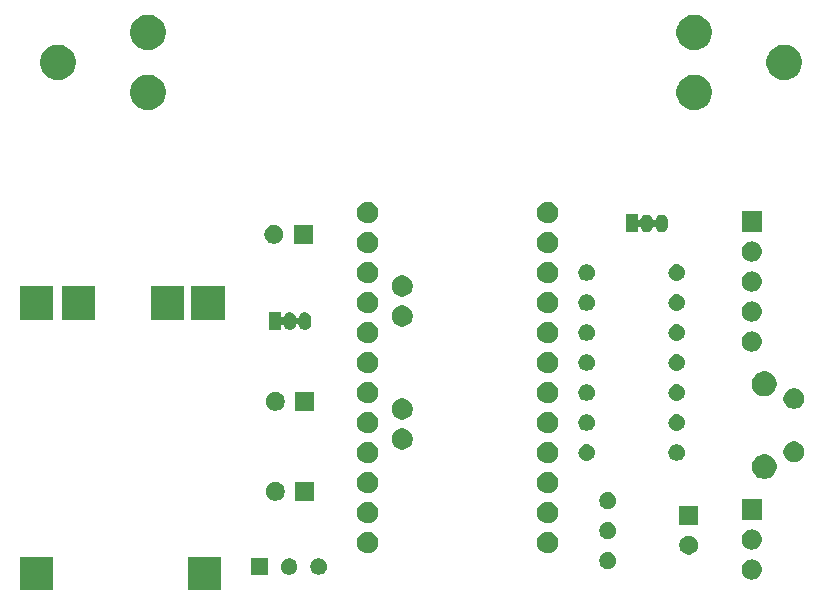
<source format=gbs>
G04 #@! TF.GenerationSoftware,KiCad,Pcbnew,(5.0.2)-1*
G04 #@! TF.CreationDate,2019-04-14T17:31:43+02:00*
G04 #@! TF.ProjectId,APRS-Tracker_ArduinoProMini,41505253-2d54-4726-9163-6b65725f4172,rev?*
G04 #@! TF.SameCoordinates,Original*
G04 #@! TF.FileFunction,Soldermask,Bot*
G04 #@! TF.FilePolarity,Negative*
%FSLAX46Y46*%
G04 Gerber Fmt 4.6, Leading zero omitted, Abs format (unit mm)*
G04 Created by KiCad (PCBNEW (5.0.2)-1) date 14.04.2019 17:31:43*
%MOMM*%
%LPD*%
G01*
G04 APERTURE LIST*
%ADD10C,0.100000*%
G04 APERTURE END LIST*
D10*
G36*
X88566000Y-157678000D02*
X85766000Y-157678000D01*
X85766000Y-154878000D01*
X88566000Y-154878000D01*
X88566000Y-157678000D01*
X88566000Y-157678000D01*
G37*
G36*
X74366000Y-157678000D02*
X71566000Y-157678000D01*
X71566000Y-154878000D01*
X74366000Y-154878000D01*
X74366000Y-157678000D01*
X74366000Y-157678000D01*
G37*
G36*
X133662630Y-155108299D02*
X133822855Y-155156903D01*
X133970520Y-155235831D01*
X134099949Y-155342051D01*
X134206169Y-155471480D01*
X134285097Y-155619145D01*
X134333701Y-155779370D01*
X134350112Y-155946000D01*
X134333701Y-156112630D01*
X134285097Y-156272855D01*
X134206169Y-156420520D01*
X134099949Y-156549949D01*
X133970520Y-156656169D01*
X133822855Y-156735097D01*
X133662630Y-156783701D01*
X133537752Y-156796000D01*
X133454248Y-156796000D01*
X133329370Y-156783701D01*
X133169145Y-156735097D01*
X133021480Y-156656169D01*
X132892051Y-156549949D01*
X132785831Y-156420520D01*
X132706903Y-156272855D01*
X132658299Y-156112630D01*
X132641888Y-155946000D01*
X132658299Y-155779370D01*
X132706903Y-155619145D01*
X132785831Y-155471480D01*
X132892051Y-155342051D01*
X133021480Y-155235831D01*
X133169145Y-155156903D01*
X133329370Y-155108299D01*
X133454248Y-155096000D01*
X133537752Y-155096000D01*
X133662630Y-155108299D01*
X133662630Y-155108299D01*
G37*
G36*
X97034183Y-155017900D02*
X97161574Y-155070668D01*
X97276224Y-155147274D01*
X97373726Y-155244776D01*
X97438722Y-155342051D01*
X97450332Y-155359426D01*
X97503100Y-155486817D01*
X97530000Y-155622055D01*
X97530000Y-155759945D01*
X97503100Y-155895183D01*
X97450332Y-156022574D01*
X97390160Y-156112629D01*
X97373725Y-156137225D01*
X97276225Y-156234725D01*
X97161574Y-156311332D01*
X97034183Y-156364100D01*
X96898945Y-156391000D01*
X96761055Y-156391000D01*
X96625817Y-156364100D01*
X96498426Y-156311332D01*
X96383775Y-156234725D01*
X96286275Y-156137225D01*
X96269841Y-156112629D01*
X96209668Y-156022574D01*
X96156900Y-155895183D01*
X96130000Y-155759945D01*
X96130000Y-155622055D01*
X96156900Y-155486817D01*
X96209668Y-155359426D01*
X96221278Y-155342051D01*
X96286274Y-155244776D01*
X96383776Y-155147274D01*
X96498426Y-155070668D01*
X96625817Y-155017900D01*
X96761055Y-154991000D01*
X96898945Y-154991000D01*
X97034183Y-155017900D01*
X97034183Y-155017900D01*
G37*
G36*
X92530000Y-156391000D02*
X91130000Y-156391000D01*
X91130000Y-154991000D01*
X92530000Y-154991000D01*
X92530000Y-156391000D01*
X92530000Y-156391000D01*
G37*
G36*
X94534183Y-155017900D02*
X94661574Y-155070668D01*
X94776224Y-155147274D01*
X94873726Y-155244776D01*
X94938722Y-155342051D01*
X94950332Y-155359426D01*
X95003100Y-155486817D01*
X95030000Y-155622055D01*
X95030000Y-155759945D01*
X95003100Y-155895183D01*
X94950332Y-156022574D01*
X94890160Y-156112629D01*
X94873725Y-156137225D01*
X94776225Y-156234725D01*
X94661574Y-156311332D01*
X94534183Y-156364100D01*
X94398945Y-156391000D01*
X94261055Y-156391000D01*
X94125817Y-156364100D01*
X93998426Y-156311332D01*
X93883775Y-156234725D01*
X93786275Y-156137225D01*
X93769841Y-156112629D01*
X93709668Y-156022574D01*
X93656900Y-155895183D01*
X93630000Y-155759945D01*
X93630000Y-155622055D01*
X93656900Y-155486817D01*
X93709668Y-155359426D01*
X93721278Y-155342051D01*
X93786274Y-155244776D01*
X93883776Y-155147274D01*
X93998426Y-155070668D01*
X94125817Y-155017900D01*
X94261055Y-154991000D01*
X94398945Y-154991000D01*
X94534183Y-155017900D01*
X94534183Y-155017900D01*
G37*
G36*
X121514015Y-154491668D02*
X121645049Y-154545944D01*
X121762975Y-154624740D01*
X121863260Y-154725025D01*
X121942056Y-154842951D01*
X121996332Y-154973985D01*
X122024000Y-155113085D01*
X122024000Y-155254915D01*
X121996332Y-155394015D01*
X121942056Y-155525049D01*
X121863260Y-155642975D01*
X121762975Y-155743260D01*
X121645049Y-155822056D01*
X121514015Y-155876332D01*
X121374915Y-155904000D01*
X121233085Y-155904000D01*
X121093985Y-155876332D01*
X120962951Y-155822056D01*
X120845025Y-155743260D01*
X120744740Y-155642975D01*
X120665944Y-155525049D01*
X120611668Y-155394015D01*
X120584000Y-155254915D01*
X120584000Y-155113085D01*
X120611668Y-154973985D01*
X120665944Y-154842951D01*
X120744740Y-154725025D01*
X120845025Y-154624740D01*
X120962951Y-154545944D01*
X121093985Y-154491668D01*
X121233085Y-154464000D01*
X121374915Y-154464000D01*
X121514015Y-154491668D01*
X121514015Y-154491668D01*
G37*
G36*
X128395352Y-153104743D02*
X128540941Y-153165048D01*
X128671973Y-153252601D01*
X128783399Y-153364027D01*
X128870952Y-153495059D01*
X128931257Y-153640648D01*
X128962000Y-153795205D01*
X128962000Y-153952795D01*
X128931257Y-154107352D01*
X128870952Y-154252941D01*
X128783399Y-154383973D01*
X128671973Y-154495399D01*
X128540941Y-154582952D01*
X128395352Y-154643257D01*
X128240795Y-154674000D01*
X128083205Y-154674000D01*
X127928648Y-154643257D01*
X127783059Y-154582952D01*
X127652027Y-154495399D01*
X127540601Y-154383973D01*
X127453048Y-154252941D01*
X127392743Y-154107352D01*
X127362000Y-153952795D01*
X127362000Y-153795205D01*
X127392743Y-153640648D01*
X127453048Y-153495059D01*
X127540601Y-153364027D01*
X127652027Y-153252601D01*
X127783059Y-153165048D01*
X127928648Y-153104743D01*
X128083205Y-153074000D01*
X128240795Y-153074000D01*
X128395352Y-153104743D01*
X128395352Y-153104743D01*
G37*
G36*
X101246521Y-152794586D02*
X101410309Y-152862429D01*
X101557720Y-152960926D01*
X101683074Y-153086280D01*
X101781571Y-153233691D01*
X101849414Y-153397479D01*
X101884000Y-153571356D01*
X101884000Y-153748644D01*
X101849414Y-153922521D01*
X101781571Y-154086309D01*
X101683074Y-154233720D01*
X101557720Y-154359074D01*
X101410309Y-154457571D01*
X101246521Y-154525414D01*
X101072644Y-154560000D01*
X100895356Y-154560000D01*
X100721479Y-154525414D01*
X100557691Y-154457571D01*
X100410280Y-154359074D01*
X100284926Y-154233720D01*
X100186429Y-154086309D01*
X100118586Y-153922521D01*
X100084000Y-153748644D01*
X100084000Y-153571356D01*
X100118586Y-153397479D01*
X100186429Y-153233691D01*
X100284926Y-153086280D01*
X100410280Y-152960926D01*
X100557691Y-152862429D01*
X100721479Y-152794586D01*
X100895356Y-152760000D01*
X101072644Y-152760000D01*
X101246521Y-152794586D01*
X101246521Y-152794586D01*
G37*
G36*
X116486521Y-152794586D02*
X116650309Y-152862429D01*
X116797720Y-152960926D01*
X116923074Y-153086280D01*
X117021571Y-153233691D01*
X117089414Y-153397479D01*
X117124000Y-153571356D01*
X117124000Y-153748644D01*
X117089414Y-153922521D01*
X117021571Y-154086309D01*
X116923074Y-154233720D01*
X116797720Y-154359074D01*
X116650309Y-154457571D01*
X116486521Y-154525414D01*
X116312644Y-154560000D01*
X116135356Y-154560000D01*
X115961479Y-154525414D01*
X115797691Y-154457571D01*
X115650280Y-154359074D01*
X115524926Y-154233720D01*
X115426429Y-154086309D01*
X115358586Y-153922521D01*
X115324000Y-153748644D01*
X115324000Y-153571356D01*
X115358586Y-153397479D01*
X115426429Y-153233691D01*
X115524926Y-153086280D01*
X115650280Y-152960926D01*
X115797691Y-152862429D01*
X115961479Y-152794586D01*
X116135356Y-152760000D01*
X116312644Y-152760000D01*
X116486521Y-152794586D01*
X116486521Y-152794586D01*
G37*
G36*
X133662630Y-152568299D02*
X133822855Y-152616903D01*
X133970520Y-152695831D01*
X134099949Y-152802051D01*
X134206169Y-152931480D01*
X134285097Y-153079145D01*
X134333701Y-153239370D01*
X134350112Y-153406000D01*
X134333701Y-153572630D01*
X134285097Y-153732855D01*
X134206169Y-153880520D01*
X134099949Y-154009949D01*
X133970520Y-154116169D01*
X133822855Y-154195097D01*
X133662630Y-154243701D01*
X133537752Y-154256000D01*
X133454248Y-154256000D01*
X133329370Y-154243701D01*
X133169145Y-154195097D01*
X133021480Y-154116169D01*
X132892051Y-154009949D01*
X132785831Y-153880520D01*
X132706903Y-153732855D01*
X132658299Y-153572630D01*
X132641888Y-153406000D01*
X132658299Y-153239370D01*
X132706903Y-153079145D01*
X132785831Y-152931480D01*
X132892051Y-152802051D01*
X133021480Y-152695831D01*
X133169145Y-152616903D01*
X133329370Y-152568299D01*
X133454248Y-152556000D01*
X133537752Y-152556000D01*
X133662630Y-152568299D01*
X133662630Y-152568299D01*
G37*
G36*
X121514015Y-151951668D02*
X121645049Y-152005944D01*
X121762975Y-152084740D01*
X121863260Y-152185025D01*
X121942056Y-152302951D01*
X121996332Y-152433985D01*
X122024000Y-152573085D01*
X122024000Y-152714915D01*
X121996332Y-152854015D01*
X121942056Y-152985049D01*
X121863260Y-153102975D01*
X121762975Y-153203260D01*
X121645049Y-153282056D01*
X121514015Y-153336332D01*
X121374915Y-153364000D01*
X121233085Y-153364000D01*
X121093985Y-153336332D01*
X120962951Y-153282056D01*
X120845025Y-153203260D01*
X120744740Y-153102975D01*
X120665944Y-152985049D01*
X120611668Y-152854015D01*
X120584000Y-152714915D01*
X120584000Y-152573085D01*
X120611668Y-152433985D01*
X120665944Y-152302951D01*
X120744740Y-152185025D01*
X120845025Y-152084740D01*
X120962951Y-152005944D01*
X121093985Y-151951668D01*
X121233085Y-151924000D01*
X121374915Y-151924000D01*
X121514015Y-151951668D01*
X121514015Y-151951668D01*
G37*
G36*
X128962000Y-152174000D02*
X127362000Y-152174000D01*
X127362000Y-150574000D01*
X128962000Y-150574000D01*
X128962000Y-152174000D01*
X128962000Y-152174000D01*
G37*
G36*
X116486521Y-150254586D02*
X116650309Y-150322429D01*
X116797720Y-150420926D01*
X116923074Y-150546280D01*
X117021571Y-150693691D01*
X117089414Y-150857479D01*
X117124000Y-151031356D01*
X117124000Y-151208644D01*
X117089414Y-151382521D01*
X117021571Y-151546309D01*
X116923074Y-151693720D01*
X116797720Y-151819074D01*
X116650309Y-151917571D01*
X116486521Y-151985414D01*
X116312644Y-152020000D01*
X116135356Y-152020000D01*
X115961479Y-151985414D01*
X115797691Y-151917571D01*
X115650280Y-151819074D01*
X115524926Y-151693720D01*
X115426429Y-151546309D01*
X115358586Y-151382521D01*
X115324000Y-151208644D01*
X115324000Y-151031356D01*
X115358586Y-150857479D01*
X115426429Y-150693691D01*
X115524926Y-150546280D01*
X115650280Y-150420926D01*
X115797691Y-150322429D01*
X115961479Y-150254586D01*
X116135356Y-150220000D01*
X116312644Y-150220000D01*
X116486521Y-150254586D01*
X116486521Y-150254586D01*
G37*
G36*
X101246521Y-150254586D02*
X101410309Y-150322429D01*
X101557720Y-150420926D01*
X101683074Y-150546280D01*
X101781571Y-150693691D01*
X101849414Y-150857479D01*
X101884000Y-151031356D01*
X101884000Y-151208644D01*
X101849414Y-151382521D01*
X101781571Y-151546309D01*
X101683074Y-151693720D01*
X101557720Y-151819074D01*
X101410309Y-151917571D01*
X101246521Y-151985414D01*
X101072644Y-152020000D01*
X100895356Y-152020000D01*
X100721479Y-151985414D01*
X100557691Y-151917571D01*
X100410280Y-151819074D01*
X100284926Y-151693720D01*
X100186429Y-151546309D01*
X100118586Y-151382521D01*
X100084000Y-151208644D01*
X100084000Y-151031356D01*
X100118586Y-150857479D01*
X100186429Y-150693691D01*
X100284926Y-150546280D01*
X100410280Y-150420926D01*
X100557691Y-150322429D01*
X100721479Y-150254586D01*
X100895356Y-150220000D01*
X101072644Y-150220000D01*
X101246521Y-150254586D01*
X101246521Y-150254586D01*
G37*
G36*
X134346000Y-151716000D02*
X132646000Y-151716000D01*
X132646000Y-150016000D01*
X134346000Y-150016000D01*
X134346000Y-151716000D01*
X134346000Y-151716000D01*
G37*
G36*
X121514015Y-149411668D02*
X121645049Y-149465944D01*
X121762975Y-149544740D01*
X121863260Y-149645025D01*
X121942056Y-149762951D01*
X121996332Y-149893985D01*
X122024000Y-150033085D01*
X122024000Y-150174915D01*
X121996332Y-150314015D01*
X121942056Y-150445049D01*
X121863260Y-150562975D01*
X121762975Y-150663260D01*
X121645049Y-150742056D01*
X121514015Y-150796332D01*
X121374915Y-150824000D01*
X121233085Y-150824000D01*
X121093985Y-150796332D01*
X120962951Y-150742056D01*
X120845025Y-150663260D01*
X120744740Y-150562975D01*
X120665944Y-150445049D01*
X120611668Y-150314015D01*
X120584000Y-150174915D01*
X120584000Y-150033085D01*
X120611668Y-149893985D01*
X120665944Y-149762951D01*
X120744740Y-149645025D01*
X120845025Y-149544740D01*
X120962951Y-149465944D01*
X121093985Y-149411668D01*
X121233085Y-149384000D01*
X121374915Y-149384000D01*
X121514015Y-149411668D01*
X121514015Y-149411668D01*
G37*
G36*
X96460000Y-150130000D02*
X94860000Y-150130000D01*
X94860000Y-148530000D01*
X96460000Y-148530000D01*
X96460000Y-150130000D01*
X96460000Y-150130000D01*
G37*
G36*
X93393352Y-148560743D02*
X93538941Y-148621048D01*
X93669973Y-148708601D01*
X93781399Y-148820027D01*
X93868952Y-148951059D01*
X93929257Y-149096648D01*
X93960000Y-149251205D01*
X93960000Y-149408795D01*
X93929257Y-149563352D01*
X93868952Y-149708941D01*
X93781399Y-149839973D01*
X93669973Y-149951399D01*
X93538941Y-150038952D01*
X93393352Y-150099257D01*
X93238795Y-150130000D01*
X93081205Y-150130000D01*
X92926648Y-150099257D01*
X92781059Y-150038952D01*
X92650027Y-149951399D01*
X92538601Y-149839973D01*
X92451048Y-149708941D01*
X92390743Y-149563352D01*
X92360000Y-149408795D01*
X92360000Y-149251205D01*
X92390743Y-149096648D01*
X92451048Y-148951059D01*
X92538601Y-148820027D01*
X92650027Y-148708601D01*
X92781059Y-148621048D01*
X92926648Y-148560743D01*
X93081205Y-148530000D01*
X93238795Y-148530000D01*
X93393352Y-148560743D01*
X93393352Y-148560743D01*
G37*
G36*
X116486521Y-147714586D02*
X116650309Y-147782429D01*
X116797720Y-147880926D01*
X116923074Y-148006280D01*
X117021571Y-148153691D01*
X117089414Y-148317479D01*
X117124000Y-148491356D01*
X117124000Y-148668644D01*
X117089414Y-148842521D01*
X117021571Y-149006309D01*
X116923074Y-149153720D01*
X116797720Y-149279074D01*
X116650309Y-149377571D01*
X116486521Y-149445414D01*
X116312644Y-149480000D01*
X116135356Y-149480000D01*
X115961479Y-149445414D01*
X115797691Y-149377571D01*
X115650280Y-149279074D01*
X115524926Y-149153720D01*
X115426429Y-149006309D01*
X115358586Y-148842521D01*
X115324000Y-148668644D01*
X115324000Y-148491356D01*
X115358586Y-148317479D01*
X115426429Y-148153691D01*
X115524926Y-148006280D01*
X115650280Y-147880926D01*
X115797691Y-147782429D01*
X115961479Y-147714586D01*
X116135356Y-147680000D01*
X116312644Y-147680000D01*
X116486521Y-147714586D01*
X116486521Y-147714586D01*
G37*
G36*
X101246521Y-147714586D02*
X101410309Y-147782429D01*
X101557720Y-147880926D01*
X101683074Y-148006280D01*
X101781571Y-148153691D01*
X101849414Y-148317479D01*
X101884000Y-148491356D01*
X101884000Y-148668644D01*
X101849414Y-148842521D01*
X101781571Y-149006309D01*
X101683074Y-149153720D01*
X101557720Y-149279074D01*
X101410309Y-149377571D01*
X101246521Y-149445414D01*
X101072644Y-149480000D01*
X100895356Y-149480000D01*
X100721479Y-149445414D01*
X100557691Y-149377571D01*
X100410280Y-149279074D01*
X100284926Y-149153720D01*
X100186429Y-149006309D01*
X100118586Y-148842521D01*
X100084000Y-148668644D01*
X100084000Y-148491356D01*
X100118586Y-148317479D01*
X100186429Y-148153691D01*
X100284926Y-148006280D01*
X100410280Y-147880926D01*
X100557691Y-147782429D01*
X100721479Y-147714586D01*
X100895356Y-147680000D01*
X101072644Y-147680000D01*
X101246521Y-147714586D01*
X101246521Y-147714586D01*
G37*
G36*
X134687888Y-146182470D02*
X134868274Y-146218350D01*
X135059362Y-146297502D01*
X135231336Y-146412411D01*
X135377589Y-146558664D01*
X135492498Y-146730638D01*
X135571650Y-146921726D01*
X135612000Y-147124584D01*
X135612000Y-147331416D01*
X135571650Y-147534274D01*
X135492498Y-147725362D01*
X135377589Y-147897336D01*
X135231336Y-148043589D01*
X135059362Y-148158498D01*
X134868274Y-148237650D01*
X134687888Y-148273530D01*
X134665417Y-148278000D01*
X134458583Y-148278000D01*
X134436112Y-148273530D01*
X134255726Y-148237650D01*
X134064638Y-148158498D01*
X133892664Y-148043589D01*
X133746411Y-147897336D01*
X133631502Y-147725362D01*
X133552350Y-147534274D01*
X133512000Y-147331416D01*
X133512000Y-147124584D01*
X133552350Y-146921726D01*
X133631502Y-146730638D01*
X133746411Y-146558664D01*
X133892664Y-146412411D01*
X134064638Y-146297502D01*
X134255726Y-146218350D01*
X134436112Y-146182470D01*
X134458583Y-146178000D01*
X134665417Y-146178000D01*
X134687888Y-146182470D01*
X134687888Y-146182470D01*
G37*
G36*
X116486521Y-145174586D02*
X116650309Y-145242429D01*
X116797720Y-145340926D01*
X116923074Y-145466280D01*
X117021571Y-145613691D01*
X117089414Y-145777479D01*
X117124000Y-145951356D01*
X117124000Y-146128644D01*
X117089414Y-146302521D01*
X117021571Y-146466309D01*
X116923074Y-146613720D01*
X116797720Y-146739074D01*
X116650309Y-146837571D01*
X116486521Y-146905414D01*
X116312644Y-146940000D01*
X116135356Y-146940000D01*
X115961479Y-146905414D01*
X115797691Y-146837571D01*
X115650280Y-146739074D01*
X115524926Y-146613720D01*
X115426429Y-146466309D01*
X115358586Y-146302521D01*
X115324000Y-146128644D01*
X115324000Y-145951356D01*
X115358586Y-145777479D01*
X115426429Y-145613691D01*
X115524926Y-145466280D01*
X115650280Y-145340926D01*
X115797691Y-145242429D01*
X115961479Y-145174586D01*
X116135356Y-145140000D01*
X116312644Y-145140000D01*
X116486521Y-145174586D01*
X116486521Y-145174586D01*
G37*
G36*
X101246521Y-145174586D02*
X101410309Y-145242429D01*
X101557720Y-145340926D01*
X101683074Y-145466280D01*
X101781571Y-145613691D01*
X101849414Y-145777479D01*
X101884000Y-145951356D01*
X101884000Y-146128644D01*
X101849414Y-146302521D01*
X101781571Y-146466309D01*
X101683074Y-146613720D01*
X101557720Y-146739074D01*
X101410309Y-146837571D01*
X101246521Y-146905414D01*
X101072644Y-146940000D01*
X100895356Y-146940000D01*
X100721479Y-146905414D01*
X100557691Y-146837571D01*
X100410280Y-146739074D01*
X100284926Y-146613720D01*
X100186429Y-146466309D01*
X100118586Y-146302521D01*
X100084000Y-146128644D01*
X100084000Y-145951356D01*
X100118586Y-145777479D01*
X100186429Y-145613691D01*
X100284926Y-145466280D01*
X100410280Y-145340926D01*
X100557691Y-145242429D01*
X100721479Y-145174586D01*
X100895356Y-145140000D01*
X101072644Y-145140000D01*
X101246521Y-145174586D01*
X101246521Y-145174586D01*
G37*
G36*
X137307228Y-145126625D02*
X137466467Y-145192584D01*
X137609783Y-145288345D01*
X137731655Y-145410217D01*
X137827416Y-145553533D01*
X137893375Y-145712772D01*
X137927000Y-145881819D01*
X137927000Y-146054181D01*
X137893375Y-146223228D01*
X137827416Y-146382467D01*
X137731655Y-146525783D01*
X137609783Y-146647655D01*
X137466467Y-146743416D01*
X137307228Y-146809375D01*
X137138181Y-146843000D01*
X136965819Y-146843000D01*
X136796772Y-146809375D01*
X136637533Y-146743416D01*
X136494217Y-146647655D01*
X136372345Y-146525783D01*
X136276584Y-146382467D01*
X136210625Y-146223228D01*
X136177000Y-146054181D01*
X136177000Y-145881819D01*
X136210625Y-145712772D01*
X136276584Y-145553533D01*
X136372345Y-145410217D01*
X136494217Y-145288345D01*
X136637533Y-145192584D01*
X136796772Y-145126625D01*
X136965819Y-145093000D01*
X137138181Y-145093000D01*
X137307228Y-145126625D01*
X137307228Y-145126625D01*
G37*
G36*
X119663224Y-145350128D02*
X119795175Y-145390155D01*
X119916781Y-145455155D01*
X120023370Y-145542630D01*
X120110845Y-145649219D01*
X120175845Y-145770825D01*
X120215872Y-145902776D01*
X120229387Y-146040000D01*
X120215872Y-146177224D01*
X120175845Y-146309175D01*
X120110845Y-146430781D01*
X120023370Y-146537370D01*
X119916781Y-146624845D01*
X119795175Y-146689845D01*
X119663224Y-146729872D01*
X119560390Y-146740000D01*
X119491610Y-146740000D01*
X119388776Y-146729872D01*
X119256825Y-146689845D01*
X119135219Y-146624845D01*
X119028630Y-146537370D01*
X118941155Y-146430781D01*
X118876155Y-146309175D01*
X118836128Y-146177224D01*
X118822613Y-146040000D01*
X118836128Y-145902776D01*
X118876155Y-145770825D01*
X118941155Y-145649219D01*
X119028630Y-145542630D01*
X119135219Y-145455155D01*
X119256825Y-145390155D01*
X119388776Y-145350128D01*
X119491610Y-145340000D01*
X119560390Y-145340000D01*
X119663224Y-145350128D01*
X119663224Y-145350128D01*
G37*
G36*
X127350183Y-145366900D02*
X127477574Y-145419668D01*
X127592224Y-145496274D01*
X127689726Y-145593776D01*
X127726771Y-145649219D01*
X127766332Y-145708426D01*
X127819100Y-145835817D01*
X127846000Y-145971055D01*
X127846000Y-146108945D01*
X127819100Y-146244183D01*
X127766332Y-146371574D01*
X127689726Y-146486224D01*
X127592224Y-146583726D01*
X127496547Y-146647655D01*
X127477574Y-146660332D01*
X127350183Y-146713100D01*
X127214945Y-146740000D01*
X127077055Y-146740000D01*
X126941817Y-146713100D01*
X126814426Y-146660332D01*
X126795453Y-146647655D01*
X126699776Y-146583726D01*
X126602274Y-146486224D01*
X126525668Y-146371574D01*
X126472900Y-146244183D01*
X126446000Y-146108945D01*
X126446000Y-145971055D01*
X126472900Y-145835817D01*
X126525668Y-145708426D01*
X126565229Y-145649219D01*
X126602274Y-145593776D01*
X126699776Y-145496274D01*
X126814426Y-145419668D01*
X126941817Y-145366900D01*
X127077055Y-145340000D01*
X127214945Y-145340000D01*
X127350183Y-145366900D01*
X127350183Y-145366900D01*
G37*
G36*
X104167521Y-144031586D02*
X104331309Y-144099429D01*
X104478720Y-144197926D01*
X104604074Y-144323280D01*
X104702571Y-144470691D01*
X104770414Y-144634479D01*
X104805000Y-144808356D01*
X104805000Y-144985644D01*
X104770414Y-145159521D01*
X104702571Y-145323309D01*
X104604074Y-145470720D01*
X104478720Y-145596074D01*
X104331309Y-145694571D01*
X104167521Y-145762414D01*
X103993644Y-145797000D01*
X103816356Y-145797000D01*
X103642479Y-145762414D01*
X103478691Y-145694571D01*
X103331280Y-145596074D01*
X103205926Y-145470720D01*
X103107429Y-145323309D01*
X103039586Y-145159521D01*
X103005000Y-144985644D01*
X103005000Y-144808356D01*
X103039586Y-144634479D01*
X103107429Y-144470691D01*
X103205926Y-144323280D01*
X103331280Y-144197926D01*
X103478691Y-144099429D01*
X103642479Y-144031586D01*
X103816356Y-143997000D01*
X103993644Y-143997000D01*
X104167521Y-144031586D01*
X104167521Y-144031586D01*
G37*
G36*
X101246521Y-142634586D02*
X101410309Y-142702429D01*
X101557720Y-142800926D01*
X101683074Y-142926280D01*
X101781571Y-143073691D01*
X101849414Y-143237479D01*
X101884000Y-143411356D01*
X101884000Y-143588644D01*
X101849414Y-143762521D01*
X101781571Y-143926309D01*
X101683074Y-144073720D01*
X101557720Y-144199074D01*
X101410309Y-144297571D01*
X101246521Y-144365414D01*
X101072644Y-144400000D01*
X100895356Y-144400000D01*
X100721479Y-144365414D01*
X100557691Y-144297571D01*
X100410280Y-144199074D01*
X100284926Y-144073720D01*
X100186429Y-143926309D01*
X100118586Y-143762521D01*
X100084000Y-143588644D01*
X100084000Y-143411356D01*
X100118586Y-143237479D01*
X100186429Y-143073691D01*
X100284926Y-142926280D01*
X100410280Y-142800926D01*
X100557691Y-142702429D01*
X100721479Y-142634586D01*
X100895356Y-142600000D01*
X101072644Y-142600000D01*
X101246521Y-142634586D01*
X101246521Y-142634586D01*
G37*
G36*
X116486521Y-142634586D02*
X116650309Y-142702429D01*
X116797720Y-142800926D01*
X116923074Y-142926280D01*
X117021571Y-143073691D01*
X117089414Y-143237479D01*
X117124000Y-143411356D01*
X117124000Y-143588644D01*
X117089414Y-143762521D01*
X117021571Y-143926309D01*
X116923074Y-144073720D01*
X116797720Y-144199074D01*
X116650309Y-144297571D01*
X116486521Y-144365414D01*
X116312644Y-144400000D01*
X116135356Y-144400000D01*
X115961479Y-144365414D01*
X115797691Y-144297571D01*
X115650280Y-144199074D01*
X115524926Y-144073720D01*
X115426429Y-143926309D01*
X115358586Y-143762521D01*
X115324000Y-143588644D01*
X115324000Y-143411356D01*
X115358586Y-143237479D01*
X115426429Y-143073691D01*
X115524926Y-142926280D01*
X115650280Y-142800926D01*
X115797691Y-142702429D01*
X115961479Y-142634586D01*
X116135356Y-142600000D01*
X116312644Y-142600000D01*
X116486521Y-142634586D01*
X116486521Y-142634586D01*
G37*
G36*
X127283224Y-142810128D02*
X127415175Y-142850155D01*
X127536781Y-142915155D01*
X127643370Y-143002630D01*
X127730845Y-143109219D01*
X127795845Y-143230825D01*
X127835872Y-143362776D01*
X127849387Y-143500000D01*
X127835872Y-143637224D01*
X127795845Y-143769175D01*
X127730845Y-143890781D01*
X127643370Y-143997370D01*
X127536781Y-144084845D01*
X127415175Y-144149845D01*
X127283224Y-144189872D01*
X127180390Y-144200000D01*
X127111610Y-144200000D01*
X127008776Y-144189872D01*
X126876825Y-144149845D01*
X126755219Y-144084845D01*
X126648630Y-143997370D01*
X126561155Y-143890781D01*
X126496155Y-143769175D01*
X126456128Y-143637224D01*
X126442613Y-143500000D01*
X126456128Y-143362776D01*
X126496155Y-143230825D01*
X126561155Y-143109219D01*
X126648630Y-143002630D01*
X126755219Y-142915155D01*
X126876825Y-142850155D01*
X127008776Y-142810128D01*
X127111610Y-142800000D01*
X127180390Y-142800000D01*
X127283224Y-142810128D01*
X127283224Y-142810128D01*
G37*
G36*
X119730183Y-142826900D02*
X119857574Y-142879668D01*
X119972224Y-142956274D01*
X120069726Y-143053776D01*
X120106771Y-143109219D01*
X120146332Y-143168426D01*
X120199100Y-143295817D01*
X120226000Y-143431055D01*
X120226000Y-143568945D01*
X120199100Y-143704183D01*
X120146332Y-143831574D01*
X120069726Y-143946224D01*
X119972224Y-144043726D01*
X119888858Y-144099429D01*
X119857574Y-144120332D01*
X119730183Y-144173100D01*
X119594945Y-144200000D01*
X119457055Y-144200000D01*
X119321817Y-144173100D01*
X119194426Y-144120332D01*
X119163142Y-144099429D01*
X119079776Y-144043726D01*
X118982274Y-143946224D01*
X118905668Y-143831574D01*
X118852900Y-143704183D01*
X118826000Y-143568945D01*
X118826000Y-143431055D01*
X118852900Y-143295817D01*
X118905668Y-143168426D01*
X118945229Y-143109219D01*
X118982274Y-143053776D01*
X119079776Y-142956274D01*
X119194426Y-142879668D01*
X119321817Y-142826900D01*
X119457055Y-142800000D01*
X119594945Y-142800000D01*
X119730183Y-142826900D01*
X119730183Y-142826900D01*
G37*
G36*
X104167521Y-141491586D02*
X104331309Y-141559429D01*
X104478720Y-141657926D01*
X104604074Y-141783280D01*
X104702571Y-141930691D01*
X104770414Y-142094479D01*
X104805000Y-142268356D01*
X104805000Y-142445644D01*
X104770414Y-142619521D01*
X104702571Y-142783309D01*
X104604074Y-142930720D01*
X104478720Y-143056074D01*
X104331309Y-143154571D01*
X104167521Y-143222414D01*
X103993644Y-143257000D01*
X103816356Y-143257000D01*
X103642479Y-143222414D01*
X103478691Y-143154571D01*
X103331280Y-143056074D01*
X103205926Y-142930720D01*
X103107429Y-142783309D01*
X103039586Y-142619521D01*
X103005000Y-142445644D01*
X103005000Y-142268356D01*
X103039586Y-142094479D01*
X103107429Y-141930691D01*
X103205926Y-141783280D01*
X103331280Y-141657926D01*
X103478691Y-141559429D01*
X103642479Y-141491586D01*
X103816356Y-141457000D01*
X103993644Y-141457000D01*
X104167521Y-141491586D01*
X104167521Y-141491586D01*
G37*
G36*
X96460000Y-142500000D02*
X94860000Y-142500000D01*
X94860000Y-140900000D01*
X96460000Y-140900000D01*
X96460000Y-142500000D01*
X96460000Y-142500000D01*
G37*
G36*
X93393352Y-140930743D02*
X93538941Y-140991048D01*
X93669973Y-141078601D01*
X93781399Y-141190027D01*
X93868952Y-141321059D01*
X93929257Y-141466648D01*
X93960000Y-141621205D01*
X93960000Y-141778795D01*
X93929257Y-141933352D01*
X93868952Y-142078941D01*
X93781399Y-142209973D01*
X93669973Y-142321399D01*
X93538941Y-142408952D01*
X93393352Y-142469257D01*
X93238795Y-142500000D01*
X93081205Y-142500000D01*
X92926648Y-142469257D01*
X92781059Y-142408952D01*
X92650027Y-142321399D01*
X92538601Y-142209973D01*
X92451048Y-142078941D01*
X92390743Y-141933352D01*
X92360000Y-141778795D01*
X92360000Y-141621205D01*
X92390743Y-141466648D01*
X92451048Y-141321059D01*
X92538601Y-141190027D01*
X92650027Y-141078601D01*
X92781059Y-140991048D01*
X92926648Y-140930743D01*
X93081205Y-140900000D01*
X93238795Y-140900000D01*
X93393352Y-140930743D01*
X93393352Y-140930743D01*
G37*
G36*
X137307228Y-140626625D02*
X137466467Y-140692584D01*
X137609783Y-140788345D01*
X137731655Y-140910217D01*
X137827416Y-141053533D01*
X137893375Y-141212772D01*
X137927000Y-141381819D01*
X137927000Y-141554181D01*
X137893375Y-141723228D01*
X137827416Y-141882467D01*
X137731655Y-142025783D01*
X137609783Y-142147655D01*
X137466467Y-142243416D01*
X137307228Y-142309375D01*
X137138181Y-142343000D01*
X136965819Y-142343000D01*
X136796772Y-142309375D01*
X136637533Y-142243416D01*
X136494217Y-142147655D01*
X136372345Y-142025783D01*
X136276584Y-141882467D01*
X136210625Y-141723228D01*
X136177000Y-141554181D01*
X136177000Y-141381819D01*
X136210625Y-141212772D01*
X136276584Y-141053533D01*
X136372345Y-140910217D01*
X136494217Y-140788345D01*
X136637533Y-140692584D01*
X136796772Y-140626625D01*
X136965819Y-140593000D01*
X137138181Y-140593000D01*
X137307228Y-140626625D01*
X137307228Y-140626625D01*
G37*
G36*
X116486521Y-140094586D02*
X116650309Y-140162429D01*
X116797720Y-140260926D01*
X116923074Y-140386280D01*
X117021571Y-140533691D01*
X117089414Y-140697479D01*
X117124000Y-140871356D01*
X117124000Y-141048644D01*
X117089414Y-141222521D01*
X117021571Y-141386309D01*
X116923074Y-141533720D01*
X116797720Y-141659074D01*
X116650309Y-141757571D01*
X116486521Y-141825414D01*
X116312644Y-141860000D01*
X116135356Y-141860000D01*
X115961479Y-141825414D01*
X115797691Y-141757571D01*
X115650280Y-141659074D01*
X115524926Y-141533720D01*
X115426429Y-141386309D01*
X115358586Y-141222521D01*
X115324000Y-141048644D01*
X115324000Y-140871356D01*
X115358586Y-140697479D01*
X115426429Y-140533691D01*
X115524926Y-140386280D01*
X115650280Y-140260926D01*
X115797691Y-140162429D01*
X115961479Y-140094586D01*
X116135356Y-140060000D01*
X116312644Y-140060000D01*
X116486521Y-140094586D01*
X116486521Y-140094586D01*
G37*
G36*
X101246521Y-140094586D02*
X101410309Y-140162429D01*
X101557720Y-140260926D01*
X101683074Y-140386280D01*
X101781571Y-140533691D01*
X101849414Y-140697479D01*
X101884000Y-140871356D01*
X101884000Y-141048644D01*
X101849414Y-141222521D01*
X101781571Y-141386309D01*
X101683074Y-141533720D01*
X101557720Y-141659074D01*
X101410309Y-141757571D01*
X101246521Y-141825414D01*
X101072644Y-141860000D01*
X100895356Y-141860000D01*
X100721479Y-141825414D01*
X100557691Y-141757571D01*
X100410280Y-141659074D01*
X100284926Y-141533720D01*
X100186429Y-141386309D01*
X100118586Y-141222521D01*
X100084000Y-141048644D01*
X100084000Y-140871356D01*
X100118586Y-140697479D01*
X100186429Y-140533691D01*
X100284926Y-140386280D01*
X100410280Y-140260926D01*
X100557691Y-140162429D01*
X100721479Y-140094586D01*
X100895356Y-140060000D01*
X101072644Y-140060000D01*
X101246521Y-140094586D01*
X101246521Y-140094586D01*
G37*
G36*
X127283224Y-140270128D02*
X127415175Y-140310155D01*
X127536781Y-140375155D01*
X127643370Y-140462630D01*
X127730845Y-140569219D01*
X127795845Y-140690825D01*
X127835872Y-140822776D01*
X127849387Y-140960000D01*
X127835872Y-141097224D01*
X127795845Y-141229175D01*
X127730845Y-141350781D01*
X127643370Y-141457370D01*
X127536781Y-141544845D01*
X127415175Y-141609845D01*
X127283224Y-141649872D01*
X127180390Y-141660000D01*
X127111610Y-141660000D01*
X127008776Y-141649872D01*
X126876825Y-141609845D01*
X126755219Y-141544845D01*
X126648630Y-141457370D01*
X126561155Y-141350781D01*
X126496155Y-141229175D01*
X126456128Y-141097224D01*
X126442613Y-140960000D01*
X126456128Y-140822776D01*
X126496155Y-140690825D01*
X126561155Y-140569219D01*
X126648630Y-140462630D01*
X126755219Y-140375155D01*
X126876825Y-140310155D01*
X127008776Y-140270128D01*
X127111610Y-140260000D01*
X127180390Y-140260000D01*
X127283224Y-140270128D01*
X127283224Y-140270128D01*
G37*
G36*
X119730183Y-140286900D02*
X119857574Y-140339668D01*
X119972224Y-140416274D01*
X120069726Y-140513776D01*
X120106771Y-140569219D01*
X120146332Y-140628426D01*
X120199100Y-140755817D01*
X120226000Y-140891055D01*
X120226000Y-141028945D01*
X120199100Y-141164183D01*
X120156097Y-141268000D01*
X120146332Y-141291574D01*
X120069726Y-141406224D01*
X119972224Y-141503726D01*
X119896712Y-141554181D01*
X119857574Y-141580332D01*
X119730183Y-141633100D01*
X119594945Y-141660000D01*
X119457055Y-141660000D01*
X119321817Y-141633100D01*
X119194426Y-141580332D01*
X119155288Y-141554181D01*
X119079776Y-141503726D01*
X118982274Y-141406224D01*
X118905668Y-141291574D01*
X118895903Y-141268000D01*
X118852900Y-141164183D01*
X118826000Y-141028945D01*
X118826000Y-140891055D01*
X118852900Y-140755817D01*
X118905668Y-140628426D01*
X118945229Y-140569219D01*
X118982274Y-140513776D01*
X119079776Y-140416274D01*
X119194426Y-140339668D01*
X119321817Y-140286900D01*
X119457055Y-140260000D01*
X119594945Y-140260000D01*
X119730183Y-140286900D01*
X119730183Y-140286900D01*
G37*
G36*
X134687888Y-139172470D02*
X134868274Y-139208350D01*
X135059362Y-139287502D01*
X135231336Y-139402411D01*
X135377589Y-139548664D01*
X135492498Y-139720638D01*
X135571650Y-139911726D01*
X135612000Y-140114584D01*
X135612000Y-140321416D01*
X135571650Y-140524274D01*
X135492498Y-140715362D01*
X135377589Y-140887336D01*
X135231336Y-141033589D01*
X135059362Y-141148498D01*
X134868274Y-141227650D01*
X134687888Y-141263530D01*
X134665417Y-141268000D01*
X134458583Y-141268000D01*
X134436112Y-141263530D01*
X134255726Y-141227650D01*
X134064638Y-141148498D01*
X133892664Y-141033589D01*
X133746411Y-140887336D01*
X133631502Y-140715362D01*
X133552350Y-140524274D01*
X133512000Y-140321416D01*
X133512000Y-140114584D01*
X133552350Y-139911726D01*
X133631502Y-139720638D01*
X133746411Y-139548664D01*
X133892664Y-139402411D01*
X134064638Y-139287502D01*
X134255726Y-139208350D01*
X134436112Y-139172470D01*
X134458583Y-139168000D01*
X134665417Y-139168000D01*
X134687888Y-139172470D01*
X134687888Y-139172470D01*
G37*
G36*
X116486521Y-137554586D02*
X116650309Y-137622429D01*
X116797720Y-137720926D01*
X116923074Y-137846280D01*
X117021571Y-137993691D01*
X117089414Y-138157479D01*
X117124000Y-138331356D01*
X117124000Y-138508644D01*
X117089414Y-138682521D01*
X117021571Y-138846309D01*
X116923074Y-138993720D01*
X116797720Y-139119074D01*
X116650309Y-139217571D01*
X116486521Y-139285414D01*
X116312644Y-139320000D01*
X116135356Y-139320000D01*
X115961479Y-139285414D01*
X115797691Y-139217571D01*
X115650280Y-139119074D01*
X115524926Y-138993720D01*
X115426429Y-138846309D01*
X115358586Y-138682521D01*
X115324000Y-138508644D01*
X115324000Y-138331356D01*
X115358586Y-138157479D01*
X115426429Y-137993691D01*
X115524926Y-137846280D01*
X115650280Y-137720926D01*
X115797691Y-137622429D01*
X115961479Y-137554586D01*
X116135356Y-137520000D01*
X116312644Y-137520000D01*
X116486521Y-137554586D01*
X116486521Y-137554586D01*
G37*
G36*
X101246521Y-137554586D02*
X101410309Y-137622429D01*
X101557720Y-137720926D01*
X101683074Y-137846280D01*
X101781571Y-137993691D01*
X101849414Y-138157479D01*
X101884000Y-138331356D01*
X101884000Y-138508644D01*
X101849414Y-138682521D01*
X101781571Y-138846309D01*
X101683074Y-138993720D01*
X101557720Y-139119074D01*
X101410309Y-139217571D01*
X101246521Y-139285414D01*
X101072644Y-139320000D01*
X100895356Y-139320000D01*
X100721479Y-139285414D01*
X100557691Y-139217571D01*
X100410280Y-139119074D01*
X100284926Y-138993720D01*
X100186429Y-138846309D01*
X100118586Y-138682521D01*
X100084000Y-138508644D01*
X100084000Y-138331356D01*
X100118586Y-138157479D01*
X100186429Y-137993691D01*
X100284926Y-137846280D01*
X100410280Y-137720926D01*
X100557691Y-137622429D01*
X100721479Y-137554586D01*
X100895356Y-137520000D01*
X101072644Y-137520000D01*
X101246521Y-137554586D01*
X101246521Y-137554586D01*
G37*
G36*
X119730183Y-137746900D02*
X119857574Y-137799668D01*
X119972224Y-137876274D01*
X120069726Y-137973776D01*
X120106771Y-138029219D01*
X120146332Y-138088426D01*
X120199100Y-138215817D01*
X120226000Y-138351055D01*
X120226000Y-138488945D01*
X120199100Y-138624183D01*
X120146332Y-138751574D01*
X120069726Y-138866224D01*
X119972224Y-138963726D01*
X119857574Y-139040332D01*
X119730183Y-139093100D01*
X119594945Y-139120000D01*
X119457055Y-139120000D01*
X119321817Y-139093100D01*
X119194426Y-139040332D01*
X119079776Y-138963726D01*
X118982274Y-138866224D01*
X118905668Y-138751574D01*
X118852900Y-138624183D01*
X118826000Y-138488945D01*
X118826000Y-138351055D01*
X118852900Y-138215817D01*
X118905668Y-138088426D01*
X118945229Y-138029219D01*
X118982274Y-137973776D01*
X119079776Y-137876274D01*
X119194426Y-137799668D01*
X119321817Y-137746900D01*
X119457055Y-137720000D01*
X119594945Y-137720000D01*
X119730183Y-137746900D01*
X119730183Y-137746900D01*
G37*
G36*
X127283224Y-137730128D02*
X127415175Y-137770155D01*
X127536781Y-137835155D01*
X127643370Y-137922630D01*
X127730845Y-138029219D01*
X127795845Y-138150825D01*
X127835872Y-138282776D01*
X127849387Y-138420000D01*
X127835872Y-138557224D01*
X127795845Y-138689175D01*
X127730845Y-138810781D01*
X127643370Y-138917370D01*
X127536781Y-139004845D01*
X127415175Y-139069845D01*
X127283224Y-139109872D01*
X127180390Y-139120000D01*
X127111610Y-139120000D01*
X127008776Y-139109872D01*
X126876825Y-139069845D01*
X126755219Y-139004845D01*
X126648630Y-138917370D01*
X126561155Y-138810781D01*
X126496155Y-138689175D01*
X126456128Y-138557224D01*
X126442613Y-138420000D01*
X126456128Y-138282776D01*
X126496155Y-138150825D01*
X126561155Y-138029219D01*
X126648630Y-137922630D01*
X126755219Y-137835155D01*
X126876825Y-137770155D01*
X127008776Y-137730128D01*
X127111610Y-137720000D01*
X127180390Y-137720000D01*
X127283224Y-137730128D01*
X127283224Y-137730128D01*
G37*
G36*
X133662630Y-135804299D02*
X133822855Y-135852903D01*
X133970520Y-135931831D01*
X134099949Y-136038051D01*
X134206169Y-136167480D01*
X134285097Y-136315145D01*
X134333701Y-136475370D01*
X134350112Y-136642000D01*
X134333701Y-136808630D01*
X134285097Y-136968855D01*
X134206169Y-137116520D01*
X134099949Y-137245949D01*
X133970520Y-137352169D01*
X133822855Y-137431097D01*
X133662630Y-137479701D01*
X133537752Y-137492000D01*
X133454248Y-137492000D01*
X133329370Y-137479701D01*
X133169145Y-137431097D01*
X133021480Y-137352169D01*
X132892051Y-137245949D01*
X132785831Y-137116520D01*
X132706903Y-136968855D01*
X132658299Y-136808630D01*
X132641888Y-136642000D01*
X132658299Y-136475370D01*
X132706903Y-136315145D01*
X132785831Y-136167480D01*
X132892051Y-136038051D01*
X133021480Y-135931831D01*
X133169145Y-135852903D01*
X133329370Y-135804299D01*
X133454248Y-135792000D01*
X133537752Y-135792000D01*
X133662630Y-135804299D01*
X133662630Y-135804299D01*
G37*
G36*
X101246521Y-135014586D02*
X101410309Y-135082429D01*
X101557720Y-135180926D01*
X101683074Y-135306280D01*
X101781571Y-135453691D01*
X101849414Y-135617479D01*
X101884000Y-135791356D01*
X101884000Y-135968644D01*
X101849414Y-136142521D01*
X101781571Y-136306309D01*
X101683074Y-136453720D01*
X101557720Y-136579074D01*
X101410309Y-136677571D01*
X101246521Y-136745414D01*
X101072644Y-136780000D01*
X100895356Y-136780000D01*
X100721479Y-136745414D01*
X100557691Y-136677571D01*
X100410280Y-136579074D01*
X100284926Y-136453720D01*
X100186429Y-136306309D01*
X100118586Y-136142521D01*
X100084000Y-135968644D01*
X100084000Y-135791356D01*
X100118586Y-135617479D01*
X100186429Y-135453691D01*
X100284926Y-135306280D01*
X100410280Y-135180926D01*
X100557691Y-135082429D01*
X100721479Y-135014586D01*
X100895356Y-134980000D01*
X101072644Y-134980000D01*
X101246521Y-135014586D01*
X101246521Y-135014586D01*
G37*
G36*
X116486521Y-135014586D02*
X116650309Y-135082429D01*
X116797720Y-135180926D01*
X116923074Y-135306280D01*
X117021571Y-135453691D01*
X117089414Y-135617479D01*
X117124000Y-135791356D01*
X117124000Y-135968644D01*
X117089414Y-136142521D01*
X117021571Y-136306309D01*
X116923074Y-136453720D01*
X116797720Y-136579074D01*
X116650309Y-136677571D01*
X116486521Y-136745414D01*
X116312644Y-136780000D01*
X116135356Y-136780000D01*
X115961479Y-136745414D01*
X115797691Y-136677571D01*
X115650280Y-136579074D01*
X115524926Y-136453720D01*
X115426429Y-136306309D01*
X115358586Y-136142521D01*
X115324000Y-135968644D01*
X115324000Y-135791356D01*
X115358586Y-135617479D01*
X115426429Y-135453691D01*
X115524926Y-135306280D01*
X115650280Y-135180926D01*
X115797691Y-135082429D01*
X115961479Y-135014586D01*
X116135356Y-134980000D01*
X116312644Y-134980000D01*
X116486521Y-135014586D01*
X116486521Y-135014586D01*
G37*
G36*
X127283224Y-135190128D02*
X127415175Y-135230155D01*
X127536781Y-135295155D01*
X127643370Y-135382630D01*
X127730845Y-135489219D01*
X127795845Y-135610825D01*
X127835872Y-135742776D01*
X127849387Y-135880000D01*
X127835872Y-136017224D01*
X127795845Y-136149175D01*
X127730845Y-136270781D01*
X127643370Y-136377370D01*
X127536781Y-136464845D01*
X127415175Y-136529845D01*
X127283224Y-136569872D01*
X127180390Y-136580000D01*
X127111610Y-136580000D01*
X127008776Y-136569872D01*
X126876825Y-136529845D01*
X126755219Y-136464845D01*
X126648630Y-136377370D01*
X126561155Y-136270781D01*
X126496155Y-136149175D01*
X126456128Y-136017224D01*
X126442613Y-135880000D01*
X126456128Y-135742776D01*
X126496155Y-135610825D01*
X126561155Y-135489219D01*
X126648630Y-135382630D01*
X126755219Y-135295155D01*
X126876825Y-135230155D01*
X127008776Y-135190128D01*
X127111610Y-135180000D01*
X127180390Y-135180000D01*
X127283224Y-135190128D01*
X127283224Y-135190128D01*
G37*
G36*
X119730183Y-135206900D02*
X119857574Y-135259668D01*
X119972224Y-135336274D01*
X120069726Y-135433776D01*
X120106771Y-135489219D01*
X120146332Y-135548426D01*
X120199100Y-135675817D01*
X120226000Y-135811055D01*
X120226000Y-135948945D01*
X120199100Y-136084183D01*
X120164596Y-136167481D01*
X120146332Y-136211574D01*
X120069726Y-136326224D01*
X119972224Y-136423726D01*
X119894931Y-136475371D01*
X119857574Y-136500332D01*
X119730183Y-136553100D01*
X119594945Y-136580000D01*
X119457055Y-136580000D01*
X119321817Y-136553100D01*
X119194426Y-136500332D01*
X119157069Y-136475371D01*
X119079776Y-136423726D01*
X118982274Y-136326224D01*
X118905668Y-136211574D01*
X118887404Y-136167481D01*
X118852900Y-136084183D01*
X118826000Y-135948945D01*
X118826000Y-135811055D01*
X118852900Y-135675817D01*
X118905668Y-135548426D01*
X118945229Y-135489219D01*
X118982274Y-135433776D01*
X119079776Y-135336274D01*
X119194426Y-135259668D01*
X119321817Y-135206900D01*
X119457055Y-135180000D01*
X119594945Y-135180000D01*
X119730183Y-135206900D01*
X119730183Y-135206900D01*
G37*
G36*
X95762913Y-134157596D02*
X95762916Y-134157597D01*
X95762917Y-134157597D01*
X95861880Y-134187617D01*
X95953086Y-134236367D01*
X96033027Y-134301973D01*
X96033028Y-134301975D01*
X96033030Y-134301976D01*
X96082231Y-134361929D01*
X96098633Y-134381914D01*
X96147383Y-134473119D01*
X96177270Y-134571644D01*
X96177404Y-134572086D01*
X96185000Y-134649208D01*
X96185000Y-135150791D01*
X96177404Y-135227914D01*
X96177403Y-135227917D01*
X96177403Y-135227918D01*
X96147383Y-135326881D01*
X96098633Y-135418086D01*
X96033027Y-135498027D01*
X95953086Y-135563633D01*
X95873660Y-135606087D01*
X95864802Y-135610822D01*
X95861881Y-135612383D01*
X95762918Y-135642403D01*
X95762917Y-135642403D01*
X95762914Y-135642404D01*
X95660000Y-135652540D01*
X95557087Y-135642404D01*
X95557084Y-135642403D01*
X95557083Y-135642403D01*
X95458120Y-135612383D01*
X95455200Y-135610822D01*
X95446341Y-135606087D01*
X95366915Y-135563633D01*
X95286974Y-135498027D01*
X95234244Y-135433776D01*
X95221366Y-135418084D01*
X95172618Y-135326883D01*
X95144618Y-135234580D01*
X95135240Y-135211941D01*
X95121626Y-135191567D01*
X95104299Y-135174240D01*
X95083925Y-135160626D01*
X95061286Y-135151248D01*
X95037252Y-135146468D01*
X95012748Y-135146468D01*
X94988714Y-135151248D01*
X94966075Y-135160626D01*
X94945701Y-135174240D01*
X94928374Y-135191567D01*
X94914760Y-135211941D01*
X94905382Y-135234579D01*
X94877383Y-135326881D01*
X94828633Y-135418086D01*
X94763027Y-135498027D01*
X94683086Y-135563633D01*
X94603660Y-135606087D01*
X94594802Y-135610822D01*
X94591881Y-135612383D01*
X94492918Y-135642403D01*
X94492917Y-135642403D01*
X94492914Y-135642404D01*
X94390000Y-135652540D01*
X94287087Y-135642404D01*
X94287084Y-135642403D01*
X94287083Y-135642403D01*
X94188120Y-135612383D01*
X94185200Y-135610822D01*
X94176341Y-135606087D01*
X94096915Y-135563633D01*
X94016974Y-135498027D01*
X93964244Y-135433776D01*
X93951366Y-135418084D01*
X93902617Y-135326882D01*
X93889618Y-135284029D01*
X93880240Y-135261389D01*
X93866626Y-135241015D01*
X93849299Y-135223688D01*
X93828925Y-135210074D01*
X93806286Y-135200696D01*
X93782252Y-135195916D01*
X93757748Y-135195916D01*
X93733715Y-135200696D01*
X93711075Y-135210074D01*
X93690701Y-135223688D01*
X93673374Y-135241015D01*
X93659760Y-135261389D01*
X93650382Y-135284028D01*
X93645602Y-135308062D01*
X93645000Y-135320314D01*
X93645000Y-135650000D01*
X92595000Y-135650000D01*
X92595000Y-134150000D01*
X93645000Y-134150000D01*
X93645000Y-134479687D01*
X93647402Y-134504073D01*
X93654515Y-134527522D01*
X93666066Y-134549133D01*
X93681612Y-134568075D01*
X93700554Y-134583621D01*
X93722165Y-134595172D01*
X93745614Y-134602285D01*
X93770000Y-134604687D01*
X93794386Y-134602285D01*
X93817835Y-134595172D01*
X93839446Y-134583621D01*
X93858388Y-134568075D01*
X93873934Y-134549133D01*
X93885485Y-134527522D01*
X93889618Y-134515972D01*
X93902617Y-134473119D01*
X93944717Y-134394356D01*
X93951367Y-134381914D01*
X94016973Y-134301973D01*
X94016975Y-134301972D01*
X94016976Y-134301970D01*
X94096913Y-134236368D01*
X94096912Y-134236368D01*
X94096914Y-134236367D01*
X94188119Y-134187617D01*
X94287082Y-134157597D01*
X94287083Y-134157597D01*
X94287086Y-134157596D01*
X94390000Y-134147460D01*
X94492913Y-134157596D01*
X94492916Y-134157597D01*
X94492917Y-134157597D01*
X94591880Y-134187617D01*
X94683086Y-134236367D01*
X94763027Y-134301973D01*
X94763028Y-134301975D01*
X94763030Y-134301976D01*
X94812231Y-134361929D01*
X94828633Y-134381914D01*
X94877383Y-134473119D01*
X94905382Y-134565420D01*
X94914760Y-134588059D01*
X94928374Y-134608433D01*
X94945701Y-134625760D01*
X94966075Y-134639374D01*
X94988714Y-134648752D01*
X95012748Y-134653532D01*
X95037252Y-134653532D01*
X95061286Y-134648752D01*
X95083925Y-134639374D01*
X95104299Y-134625760D01*
X95121626Y-134608433D01*
X95135240Y-134588059D01*
X95144617Y-134565420D01*
X95172616Y-134473122D01*
X95214717Y-134394356D01*
X95221367Y-134381914D01*
X95286973Y-134301973D01*
X95286975Y-134301972D01*
X95286976Y-134301970D01*
X95366913Y-134236368D01*
X95366912Y-134236368D01*
X95366914Y-134236367D01*
X95458119Y-134187617D01*
X95557082Y-134157597D01*
X95557083Y-134157597D01*
X95557086Y-134157596D01*
X95660000Y-134147460D01*
X95762913Y-134157596D01*
X95762913Y-134157596D01*
G37*
G36*
X104167521Y-133617586D02*
X104331309Y-133685429D01*
X104478720Y-133783926D01*
X104604074Y-133909280D01*
X104702571Y-134056691D01*
X104770414Y-134220479D01*
X104805000Y-134394356D01*
X104805000Y-134571644D01*
X104770414Y-134745521D01*
X104702571Y-134909309D01*
X104604074Y-135056720D01*
X104478720Y-135182074D01*
X104331309Y-135280571D01*
X104167521Y-135348414D01*
X103993644Y-135383000D01*
X103816356Y-135383000D01*
X103642479Y-135348414D01*
X103478691Y-135280571D01*
X103331280Y-135182074D01*
X103205926Y-135056720D01*
X103107429Y-134909309D01*
X103039586Y-134745521D01*
X103005000Y-134571644D01*
X103005000Y-134394356D01*
X103039586Y-134220479D01*
X103107429Y-134056691D01*
X103205926Y-133909280D01*
X103331280Y-133783926D01*
X103478691Y-133685429D01*
X103642479Y-133617586D01*
X103816356Y-133583000D01*
X103993644Y-133583000D01*
X104167521Y-133617586D01*
X104167521Y-133617586D01*
G37*
G36*
X133662630Y-133264299D02*
X133822855Y-133312903D01*
X133970520Y-133391831D01*
X134099949Y-133498051D01*
X134206169Y-133627480D01*
X134285097Y-133775145D01*
X134333701Y-133935370D01*
X134350112Y-134102000D01*
X134333701Y-134268630D01*
X134285097Y-134428855D01*
X134206169Y-134576520D01*
X134099949Y-134705949D01*
X133970520Y-134812169D01*
X133822855Y-134891097D01*
X133662630Y-134939701D01*
X133537752Y-134952000D01*
X133454248Y-134952000D01*
X133329370Y-134939701D01*
X133169145Y-134891097D01*
X133021480Y-134812169D01*
X132892051Y-134705949D01*
X132785831Y-134576520D01*
X132706903Y-134428855D01*
X132658299Y-134268630D01*
X132641888Y-134102000D01*
X132658299Y-133935370D01*
X132706903Y-133775145D01*
X132785831Y-133627480D01*
X132892051Y-133498051D01*
X133021480Y-133391831D01*
X133169145Y-133312903D01*
X133329370Y-133264299D01*
X133454248Y-133252000D01*
X133537752Y-133252000D01*
X133662630Y-133264299D01*
X133662630Y-133264299D01*
G37*
G36*
X88866000Y-134778000D02*
X86066000Y-134778000D01*
X86066000Y-131978000D01*
X88866000Y-131978000D01*
X88866000Y-134778000D01*
X88866000Y-134778000D01*
G37*
G36*
X85466000Y-134778000D02*
X82666000Y-134778000D01*
X82666000Y-131978000D01*
X85466000Y-131978000D01*
X85466000Y-134778000D01*
X85466000Y-134778000D01*
G37*
G36*
X77866000Y-134778000D02*
X75066000Y-134778000D01*
X75066000Y-131978000D01*
X77866000Y-131978000D01*
X77866000Y-134778000D01*
X77866000Y-134778000D01*
G37*
G36*
X74366000Y-134778000D02*
X71566000Y-134778000D01*
X71566000Y-131978000D01*
X74366000Y-131978000D01*
X74366000Y-134778000D01*
X74366000Y-134778000D01*
G37*
G36*
X116486521Y-132474586D02*
X116650309Y-132542429D01*
X116797720Y-132640926D01*
X116923074Y-132766280D01*
X117021571Y-132913691D01*
X117089414Y-133077479D01*
X117124000Y-133251356D01*
X117124000Y-133428644D01*
X117089414Y-133602521D01*
X117021571Y-133766309D01*
X116923074Y-133913720D01*
X116797720Y-134039074D01*
X116650309Y-134137571D01*
X116486521Y-134205414D01*
X116312644Y-134240000D01*
X116135356Y-134240000D01*
X115961479Y-134205414D01*
X115797691Y-134137571D01*
X115650280Y-134039074D01*
X115524926Y-133913720D01*
X115426429Y-133766309D01*
X115358586Y-133602521D01*
X115324000Y-133428644D01*
X115324000Y-133251356D01*
X115358586Y-133077479D01*
X115426429Y-132913691D01*
X115524926Y-132766280D01*
X115650280Y-132640926D01*
X115797691Y-132542429D01*
X115961479Y-132474586D01*
X116135356Y-132440000D01*
X116312644Y-132440000D01*
X116486521Y-132474586D01*
X116486521Y-132474586D01*
G37*
G36*
X101246521Y-132474586D02*
X101410309Y-132542429D01*
X101557720Y-132640926D01*
X101683074Y-132766280D01*
X101781571Y-132913691D01*
X101849414Y-133077479D01*
X101884000Y-133251356D01*
X101884000Y-133428644D01*
X101849414Y-133602521D01*
X101781571Y-133766309D01*
X101683074Y-133913720D01*
X101557720Y-134039074D01*
X101410309Y-134137571D01*
X101246521Y-134205414D01*
X101072644Y-134240000D01*
X100895356Y-134240000D01*
X100721479Y-134205414D01*
X100557691Y-134137571D01*
X100410280Y-134039074D01*
X100284926Y-133913720D01*
X100186429Y-133766309D01*
X100118586Y-133602521D01*
X100084000Y-133428644D01*
X100084000Y-133251356D01*
X100118586Y-133077479D01*
X100186429Y-132913691D01*
X100284926Y-132766280D01*
X100410280Y-132640926D01*
X100557691Y-132542429D01*
X100721479Y-132474586D01*
X100895356Y-132440000D01*
X101072644Y-132440000D01*
X101246521Y-132474586D01*
X101246521Y-132474586D01*
G37*
G36*
X127283224Y-132650128D02*
X127415175Y-132690155D01*
X127536781Y-132755155D01*
X127643370Y-132842630D01*
X127730845Y-132949219D01*
X127795845Y-133070825D01*
X127835872Y-133202776D01*
X127849387Y-133340000D01*
X127835872Y-133477224D01*
X127795845Y-133609175D01*
X127730845Y-133730781D01*
X127643370Y-133837370D01*
X127536781Y-133924845D01*
X127415175Y-133989845D01*
X127283224Y-134029872D01*
X127180390Y-134040000D01*
X127111610Y-134040000D01*
X127008776Y-134029872D01*
X126876825Y-133989845D01*
X126755219Y-133924845D01*
X126648630Y-133837370D01*
X126561155Y-133730781D01*
X126496155Y-133609175D01*
X126456128Y-133477224D01*
X126442613Y-133340000D01*
X126456128Y-133202776D01*
X126496155Y-133070825D01*
X126561155Y-132949219D01*
X126648630Y-132842630D01*
X126755219Y-132755155D01*
X126876825Y-132690155D01*
X127008776Y-132650128D01*
X127111610Y-132640000D01*
X127180390Y-132640000D01*
X127283224Y-132650128D01*
X127283224Y-132650128D01*
G37*
G36*
X119730183Y-132666900D02*
X119857574Y-132719668D01*
X119972224Y-132796274D01*
X120069726Y-132893776D01*
X120106771Y-132949219D01*
X120146332Y-133008426D01*
X120199100Y-133135817D01*
X120226000Y-133271055D01*
X120226000Y-133408945D01*
X120199100Y-133544183D01*
X120164596Y-133627481D01*
X120146332Y-133671574D01*
X120069726Y-133786224D01*
X119972224Y-133883726D01*
X119894931Y-133935371D01*
X119857574Y-133960332D01*
X119730183Y-134013100D01*
X119594945Y-134040000D01*
X119457055Y-134040000D01*
X119321817Y-134013100D01*
X119194426Y-133960332D01*
X119157069Y-133935371D01*
X119079776Y-133883726D01*
X118982274Y-133786224D01*
X118905668Y-133671574D01*
X118887404Y-133627481D01*
X118852900Y-133544183D01*
X118826000Y-133408945D01*
X118826000Y-133271055D01*
X118852900Y-133135817D01*
X118905668Y-133008426D01*
X118945229Y-132949219D01*
X118982274Y-132893776D01*
X119079776Y-132796274D01*
X119194426Y-132719668D01*
X119321817Y-132666900D01*
X119457055Y-132640000D01*
X119594945Y-132640000D01*
X119730183Y-132666900D01*
X119730183Y-132666900D01*
G37*
G36*
X104167521Y-131077586D02*
X104331309Y-131145429D01*
X104478720Y-131243926D01*
X104604074Y-131369280D01*
X104702571Y-131516691D01*
X104770414Y-131680479D01*
X104805000Y-131854356D01*
X104805000Y-132031644D01*
X104770414Y-132205521D01*
X104702571Y-132369309D01*
X104604074Y-132516720D01*
X104478720Y-132642074D01*
X104331309Y-132740571D01*
X104167521Y-132808414D01*
X103993644Y-132843000D01*
X103816356Y-132843000D01*
X103642479Y-132808414D01*
X103478691Y-132740571D01*
X103331280Y-132642074D01*
X103205926Y-132516720D01*
X103107429Y-132369309D01*
X103039586Y-132205521D01*
X103005000Y-132031644D01*
X103005000Y-131854356D01*
X103039586Y-131680479D01*
X103107429Y-131516691D01*
X103205926Y-131369280D01*
X103331280Y-131243926D01*
X103478691Y-131145429D01*
X103642479Y-131077586D01*
X103816356Y-131043000D01*
X103993644Y-131043000D01*
X104167521Y-131077586D01*
X104167521Y-131077586D01*
G37*
G36*
X133662630Y-130724299D02*
X133822855Y-130772903D01*
X133970520Y-130851831D01*
X134099949Y-130958051D01*
X134206169Y-131087480D01*
X134285097Y-131235145D01*
X134333701Y-131395370D01*
X134350112Y-131562000D01*
X134333701Y-131728630D01*
X134285097Y-131888855D01*
X134206169Y-132036520D01*
X134099949Y-132165949D01*
X133970520Y-132272169D01*
X133822855Y-132351097D01*
X133662630Y-132399701D01*
X133537752Y-132412000D01*
X133454248Y-132412000D01*
X133329370Y-132399701D01*
X133169145Y-132351097D01*
X133021480Y-132272169D01*
X132892051Y-132165949D01*
X132785831Y-132036520D01*
X132706903Y-131888855D01*
X132658299Y-131728630D01*
X132641888Y-131562000D01*
X132658299Y-131395370D01*
X132706903Y-131235145D01*
X132785831Y-131087480D01*
X132892051Y-130958051D01*
X133021480Y-130851831D01*
X133169145Y-130772903D01*
X133329370Y-130724299D01*
X133454248Y-130712000D01*
X133537752Y-130712000D01*
X133662630Y-130724299D01*
X133662630Y-130724299D01*
G37*
G36*
X101246521Y-129934586D02*
X101410309Y-130002429D01*
X101557720Y-130100926D01*
X101683074Y-130226280D01*
X101781571Y-130373691D01*
X101849414Y-130537479D01*
X101884000Y-130711356D01*
X101884000Y-130888644D01*
X101849414Y-131062521D01*
X101781571Y-131226309D01*
X101683074Y-131373720D01*
X101557720Y-131499074D01*
X101410309Y-131597571D01*
X101246521Y-131665414D01*
X101072644Y-131700000D01*
X100895356Y-131700000D01*
X100721479Y-131665414D01*
X100557691Y-131597571D01*
X100410280Y-131499074D01*
X100284926Y-131373720D01*
X100186429Y-131226309D01*
X100118586Y-131062521D01*
X100084000Y-130888644D01*
X100084000Y-130711356D01*
X100118586Y-130537479D01*
X100186429Y-130373691D01*
X100284926Y-130226280D01*
X100410280Y-130100926D01*
X100557691Y-130002429D01*
X100721479Y-129934586D01*
X100895356Y-129900000D01*
X101072644Y-129900000D01*
X101246521Y-129934586D01*
X101246521Y-129934586D01*
G37*
G36*
X116486521Y-129934586D02*
X116650309Y-130002429D01*
X116797720Y-130100926D01*
X116923074Y-130226280D01*
X117021571Y-130373691D01*
X117089414Y-130537479D01*
X117124000Y-130711356D01*
X117124000Y-130888644D01*
X117089414Y-131062521D01*
X117021571Y-131226309D01*
X116923074Y-131373720D01*
X116797720Y-131499074D01*
X116650309Y-131597571D01*
X116486521Y-131665414D01*
X116312644Y-131700000D01*
X116135356Y-131700000D01*
X115961479Y-131665414D01*
X115797691Y-131597571D01*
X115650280Y-131499074D01*
X115524926Y-131373720D01*
X115426429Y-131226309D01*
X115358586Y-131062521D01*
X115324000Y-130888644D01*
X115324000Y-130711356D01*
X115358586Y-130537479D01*
X115426429Y-130373691D01*
X115524926Y-130226280D01*
X115650280Y-130100926D01*
X115797691Y-130002429D01*
X115961479Y-129934586D01*
X116135356Y-129900000D01*
X116312644Y-129900000D01*
X116486521Y-129934586D01*
X116486521Y-129934586D01*
G37*
G36*
X119730183Y-130126900D02*
X119857574Y-130179668D01*
X119972224Y-130256274D01*
X120069726Y-130353776D01*
X120106771Y-130409219D01*
X120146332Y-130468426D01*
X120199100Y-130595817D01*
X120226000Y-130731055D01*
X120226000Y-130868945D01*
X120199100Y-131004183D01*
X120164596Y-131087481D01*
X120146332Y-131131574D01*
X120069726Y-131246224D01*
X119972224Y-131343726D01*
X119894931Y-131395371D01*
X119857574Y-131420332D01*
X119730183Y-131473100D01*
X119594945Y-131500000D01*
X119457055Y-131500000D01*
X119321817Y-131473100D01*
X119194426Y-131420332D01*
X119157069Y-131395371D01*
X119079776Y-131343726D01*
X118982274Y-131246224D01*
X118905668Y-131131574D01*
X118887404Y-131087481D01*
X118852900Y-131004183D01*
X118826000Y-130868945D01*
X118826000Y-130731055D01*
X118852900Y-130595817D01*
X118905668Y-130468426D01*
X118945229Y-130409219D01*
X118982274Y-130353776D01*
X119079776Y-130256274D01*
X119194426Y-130179668D01*
X119321817Y-130126900D01*
X119457055Y-130100000D01*
X119594945Y-130100000D01*
X119730183Y-130126900D01*
X119730183Y-130126900D01*
G37*
G36*
X127283224Y-130110128D02*
X127415175Y-130150155D01*
X127536781Y-130215155D01*
X127643370Y-130302630D01*
X127730845Y-130409219D01*
X127795845Y-130530825D01*
X127835872Y-130662776D01*
X127849387Y-130800000D01*
X127835872Y-130937224D01*
X127795845Y-131069175D01*
X127730845Y-131190781D01*
X127643370Y-131297370D01*
X127536781Y-131384845D01*
X127415175Y-131449845D01*
X127283224Y-131489872D01*
X127180390Y-131500000D01*
X127111610Y-131500000D01*
X127008776Y-131489872D01*
X126876825Y-131449845D01*
X126755219Y-131384845D01*
X126648630Y-131297370D01*
X126561155Y-131190781D01*
X126496155Y-131069175D01*
X126456128Y-130937224D01*
X126442613Y-130800000D01*
X126456128Y-130662776D01*
X126496155Y-130530825D01*
X126561155Y-130409219D01*
X126648630Y-130302630D01*
X126755219Y-130215155D01*
X126876825Y-130150155D01*
X127008776Y-130110128D01*
X127111610Y-130100000D01*
X127180390Y-130100000D01*
X127283224Y-130110128D01*
X127283224Y-130110128D01*
G37*
G36*
X133662630Y-128184299D02*
X133822855Y-128232903D01*
X133970520Y-128311831D01*
X134099949Y-128418051D01*
X134206169Y-128547480D01*
X134285097Y-128695145D01*
X134333701Y-128855370D01*
X134350112Y-129022000D01*
X134333701Y-129188630D01*
X134285097Y-129348855D01*
X134206169Y-129496520D01*
X134099949Y-129625949D01*
X133970520Y-129732169D01*
X133822855Y-129811097D01*
X133662630Y-129859701D01*
X133537752Y-129872000D01*
X133454248Y-129872000D01*
X133329370Y-129859701D01*
X133169145Y-129811097D01*
X133021480Y-129732169D01*
X132892051Y-129625949D01*
X132785831Y-129496520D01*
X132706903Y-129348855D01*
X132658299Y-129188630D01*
X132641888Y-129022000D01*
X132658299Y-128855370D01*
X132706903Y-128695145D01*
X132785831Y-128547480D01*
X132892051Y-128418051D01*
X133021480Y-128311831D01*
X133169145Y-128232903D01*
X133329370Y-128184299D01*
X133454248Y-128172000D01*
X133537752Y-128172000D01*
X133662630Y-128184299D01*
X133662630Y-128184299D01*
G37*
G36*
X116486521Y-127394586D02*
X116650309Y-127462429D01*
X116797720Y-127560926D01*
X116923074Y-127686280D01*
X117021571Y-127833691D01*
X117089414Y-127997479D01*
X117124000Y-128171356D01*
X117124000Y-128348644D01*
X117089414Y-128522521D01*
X117021571Y-128686309D01*
X116923074Y-128833720D01*
X116797720Y-128959074D01*
X116650309Y-129057571D01*
X116486521Y-129125414D01*
X116312644Y-129160000D01*
X116135356Y-129160000D01*
X115961479Y-129125414D01*
X115797691Y-129057571D01*
X115650280Y-128959074D01*
X115524926Y-128833720D01*
X115426429Y-128686309D01*
X115358586Y-128522521D01*
X115324000Y-128348644D01*
X115324000Y-128171356D01*
X115358586Y-127997479D01*
X115426429Y-127833691D01*
X115524926Y-127686280D01*
X115650280Y-127560926D01*
X115797691Y-127462429D01*
X115961479Y-127394586D01*
X116135356Y-127360000D01*
X116312644Y-127360000D01*
X116486521Y-127394586D01*
X116486521Y-127394586D01*
G37*
G36*
X101246521Y-127394586D02*
X101410309Y-127462429D01*
X101557720Y-127560926D01*
X101683074Y-127686280D01*
X101781571Y-127833691D01*
X101849414Y-127997479D01*
X101884000Y-128171356D01*
X101884000Y-128348644D01*
X101849414Y-128522521D01*
X101781571Y-128686309D01*
X101683074Y-128833720D01*
X101557720Y-128959074D01*
X101410309Y-129057571D01*
X101246521Y-129125414D01*
X101072644Y-129160000D01*
X100895356Y-129160000D01*
X100721479Y-129125414D01*
X100557691Y-129057571D01*
X100410280Y-128959074D01*
X100284926Y-128833720D01*
X100186429Y-128686309D01*
X100118586Y-128522521D01*
X100084000Y-128348644D01*
X100084000Y-128171356D01*
X100118586Y-127997479D01*
X100186429Y-127833691D01*
X100284926Y-127686280D01*
X100410280Y-127560926D01*
X100557691Y-127462429D01*
X100721479Y-127394586D01*
X100895356Y-127360000D01*
X101072644Y-127360000D01*
X101246521Y-127394586D01*
X101246521Y-127394586D01*
G37*
G36*
X96340000Y-128370000D02*
X94740000Y-128370000D01*
X94740000Y-126770000D01*
X96340000Y-126770000D01*
X96340000Y-128370000D01*
X96340000Y-128370000D01*
G37*
G36*
X93273352Y-126800743D02*
X93418941Y-126861048D01*
X93549973Y-126948601D01*
X93661399Y-127060027D01*
X93748952Y-127191059D01*
X93809257Y-127336648D01*
X93840000Y-127491205D01*
X93840000Y-127648795D01*
X93809257Y-127803352D01*
X93748952Y-127948941D01*
X93661399Y-128079973D01*
X93549973Y-128191399D01*
X93418941Y-128278952D01*
X93273352Y-128339257D01*
X93118795Y-128370000D01*
X92961205Y-128370000D01*
X92806648Y-128339257D01*
X92661059Y-128278952D01*
X92530027Y-128191399D01*
X92418601Y-128079973D01*
X92331048Y-127948941D01*
X92270743Y-127803352D01*
X92240000Y-127648795D01*
X92240000Y-127491205D01*
X92270743Y-127336648D01*
X92331048Y-127191059D01*
X92418601Y-127060027D01*
X92530027Y-126948601D01*
X92661059Y-126861048D01*
X92806648Y-126800743D01*
X92961205Y-126770000D01*
X93118795Y-126770000D01*
X93273352Y-126800743D01*
X93273352Y-126800743D01*
G37*
G36*
X125982913Y-125887596D02*
X125982916Y-125887597D01*
X125982917Y-125887597D01*
X126081880Y-125917617D01*
X126173086Y-125966367D01*
X126253027Y-126031973D01*
X126253028Y-126031975D01*
X126253030Y-126031976D01*
X126302232Y-126091929D01*
X126318633Y-126111914D01*
X126367383Y-126203119D01*
X126394866Y-126293720D01*
X126397404Y-126302086D01*
X126405000Y-126379208D01*
X126405000Y-126880791D01*
X126397404Y-126957914D01*
X126397403Y-126957917D01*
X126397403Y-126957918D01*
X126367383Y-127056881D01*
X126318633Y-127148086D01*
X126253027Y-127228027D01*
X126173086Y-127293633D01*
X126081881Y-127342383D01*
X125982918Y-127372403D01*
X125982917Y-127372403D01*
X125982914Y-127372404D01*
X125880000Y-127382540D01*
X125777087Y-127372404D01*
X125777084Y-127372403D01*
X125777083Y-127372403D01*
X125678120Y-127342383D01*
X125586915Y-127293633D01*
X125506974Y-127228027D01*
X125474171Y-127188056D01*
X125441366Y-127148084D01*
X125392618Y-127056883D01*
X125364618Y-126964580D01*
X125355240Y-126941941D01*
X125341626Y-126921567D01*
X125324299Y-126904240D01*
X125303925Y-126890626D01*
X125281286Y-126881248D01*
X125257252Y-126876468D01*
X125232748Y-126876468D01*
X125208714Y-126881248D01*
X125186075Y-126890626D01*
X125165701Y-126904240D01*
X125148374Y-126921567D01*
X125134760Y-126941941D01*
X125125382Y-126964579D01*
X125097383Y-127056881D01*
X125048633Y-127148086D01*
X124983027Y-127228027D01*
X124903086Y-127293633D01*
X124811881Y-127342383D01*
X124712918Y-127372403D01*
X124712917Y-127372403D01*
X124712914Y-127372404D01*
X124610000Y-127382540D01*
X124507087Y-127372404D01*
X124507084Y-127372403D01*
X124507083Y-127372403D01*
X124408120Y-127342383D01*
X124316915Y-127293633D01*
X124236974Y-127228027D01*
X124204171Y-127188056D01*
X124171366Y-127148084D01*
X124122617Y-127056882D01*
X124109618Y-127014029D01*
X124100240Y-126991389D01*
X124086626Y-126971015D01*
X124069299Y-126953688D01*
X124048925Y-126940074D01*
X124026286Y-126930696D01*
X124002252Y-126925916D01*
X123977748Y-126925916D01*
X123953715Y-126930696D01*
X123931075Y-126940074D01*
X123910701Y-126953688D01*
X123893374Y-126971015D01*
X123879760Y-126991389D01*
X123870382Y-127014028D01*
X123865602Y-127038062D01*
X123865000Y-127050314D01*
X123865000Y-127380000D01*
X122815000Y-127380000D01*
X122815000Y-125880000D01*
X123865000Y-125880000D01*
X123865000Y-126209687D01*
X123867402Y-126234073D01*
X123874515Y-126257522D01*
X123886066Y-126279133D01*
X123901612Y-126298075D01*
X123920554Y-126313621D01*
X123942165Y-126325172D01*
X123965614Y-126332285D01*
X123990000Y-126334687D01*
X124014386Y-126332285D01*
X124037835Y-126325172D01*
X124059446Y-126313621D01*
X124078388Y-126298075D01*
X124093934Y-126279133D01*
X124105485Y-126257522D01*
X124109618Y-126245972D01*
X124122617Y-126203119D01*
X124152983Y-126146309D01*
X124171367Y-126111914D01*
X124236973Y-126031973D01*
X124236975Y-126031972D01*
X124236976Y-126031970D01*
X124316913Y-125966368D01*
X124316912Y-125966368D01*
X124316914Y-125966367D01*
X124408119Y-125917617D01*
X124507082Y-125887597D01*
X124507083Y-125887597D01*
X124507086Y-125887596D01*
X124610000Y-125877460D01*
X124712913Y-125887596D01*
X124712916Y-125887597D01*
X124712917Y-125887597D01*
X124811880Y-125917617D01*
X124903086Y-125966367D01*
X124983027Y-126031973D01*
X124983028Y-126031975D01*
X124983030Y-126031976D01*
X125032232Y-126091929D01*
X125048633Y-126111914D01*
X125097383Y-126203119D01*
X125124866Y-126293720D01*
X125125382Y-126295420D01*
X125134760Y-126318059D01*
X125148374Y-126338433D01*
X125165701Y-126355760D01*
X125186075Y-126369374D01*
X125208714Y-126378752D01*
X125232748Y-126383532D01*
X125257252Y-126383532D01*
X125281286Y-126378752D01*
X125303925Y-126369374D01*
X125324299Y-126355760D01*
X125341626Y-126338433D01*
X125355240Y-126318059D01*
X125364617Y-126295420D01*
X125392616Y-126203122D01*
X125392619Y-126203117D01*
X125441367Y-126111914D01*
X125506973Y-126031973D01*
X125506975Y-126031972D01*
X125506976Y-126031970D01*
X125586913Y-125966368D01*
X125586912Y-125966368D01*
X125586914Y-125966367D01*
X125678119Y-125917617D01*
X125777082Y-125887597D01*
X125777083Y-125887597D01*
X125777086Y-125887596D01*
X125880000Y-125877460D01*
X125982913Y-125887596D01*
X125982913Y-125887596D01*
G37*
G36*
X134346000Y-127332000D02*
X132646000Y-127332000D01*
X132646000Y-125632000D01*
X134346000Y-125632000D01*
X134346000Y-127332000D01*
X134346000Y-127332000D01*
G37*
G36*
X116486521Y-124854586D02*
X116650309Y-124922429D01*
X116797720Y-125020926D01*
X116923074Y-125146280D01*
X117021571Y-125293691D01*
X117089414Y-125457479D01*
X117124000Y-125631356D01*
X117124000Y-125808644D01*
X117089414Y-125982521D01*
X117021571Y-126146309D01*
X116923074Y-126293720D01*
X116797720Y-126419074D01*
X116650309Y-126517571D01*
X116486521Y-126585414D01*
X116312644Y-126620000D01*
X116135356Y-126620000D01*
X115961479Y-126585414D01*
X115797691Y-126517571D01*
X115650280Y-126419074D01*
X115524926Y-126293720D01*
X115426429Y-126146309D01*
X115358586Y-125982521D01*
X115324000Y-125808644D01*
X115324000Y-125631356D01*
X115358586Y-125457479D01*
X115426429Y-125293691D01*
X115524926Y-125146280D01*
X115650280Y-125020926D01*
X115797691Y-124922429D01*
X115961479Y-124854586D01*
X116135356Y-124820000D01*
X116312644Y-124820000D01*
X116486521Y-124854586D01*
X116486521Y-124854586D01*
G37*
G36*
X101246521Y-124854586D02*
X101410309Y-124922429D01*
X101557720Y-125020926D01*
X101683074Y-125146280D01*
X101781571Y-125293691D01*
X101849414Y-125457479D01*
X101884000Y-125631356D01*
X101884000Y-125808644D01*
X101849414Y-125982521D01*
X101781571Y-126146309D01*
X101683074Y-126293720D01*
X101557720Y-126419074D01*
X101410309Y-126517571D01*
X101246521Y-126585414D01*
X101072644Y-126620000D01*
X100895356Y-126620000D01*
X100721479Y-126585414D01*
X100557691Y-126517571D01*
X100410280Y-126419074D01*
X100284926Y-126293720D01*
X100186429Y-126146309D01*
X100118586Y-125982521D01*
X100084000Y-125808644D01*
X100084000Y-125631356D01*
X100118586Y-125457479D01*
X100186429Y-125293691D01*
X100284926Y-125146280D01*
X100410280Y-125020926D01*
X100557691Y-124922429D01*
X100721479Y-124854586D01*
X100895356Y-124820000D01*
X101072644Y-124820000D01*
X101246521Y-124854586D01*
X101246521Y-124854586D01*
G37*
G36*
X82710935Y-114078429D02*
X82807534Y-114097644D01*
X83080517Y-114210717D01*
X83257964Y-114329284D01*
X83326197Y-114374876D01*
X83535124Y-114583803D01*
X83699284Y-114829485D01*
X83812356Y-115102467D01*
X83870000Y-115392261D01*
X83870000Y-115687739D01*
X83812356Y-115977533D01*
X83699284Y-116250515D01*
X83535124Y-116496197D01*
X83326197Y-116705124D01*
X83326194Y-116705126D01*
X83080517Y-116869283D01*
X82807534Y-116982356D01*
X82710935Y-117001571D01*
X82517739Y-117040000D01*
X82222261Y-117040000D01*
X82029065Y-117001571D01*
X81932466Y-116982356D01*
X81659483Y-116869283D01*
X81413806Y-116705126D01*
X81413803Y-116705124D01*
X81204876Y-116496197D01*
X81040716Y-116250515D01*
X80927644Y-115977533D01*
X80870000Y-115687739D01*
X80870000Y-115392261D01*
X80927644Y-115102467D01*
X81040716Y-114829485D01*
X81204876Y-114583803D01*
X81413803Y-114374876D01*
X81482036Y-114329284D01*
X81659483Y-114210717D01*
X81932466Y-114097644D01*
X82029065Y-114078429D01*
X82222261Y-114040000D01*
X82517739Y-114040000D01*
X82710935Y-114078429D01*
X82710935Y-114078429D01*
G37*
G36*
X128970935Y-114078429D02*
X129067534Y-114097644D01*
X129340517Y-114210717D01*
X129517964Y-114329284D01*
X129586197Y-114374876D01*
X129795124Y-114583803D01*
X129959284Y-114829485D01*
X130072356Y-115102467D01*
X130130000Y-115392261D01*
X130130000Y-115687739D01*
X130072356Y-115977533D01*
X129959284Y-116250515D01*
X129795124Y-116496197D01*
X129586197Y-116705124D01*
X129586194Y-116705126D01*
X129340517Y-116869283D01*
X129067534Y-116982356D01*
X128970935Y-117001571D01*
X128777739Y-117040000D01*
X128482261Y-117040000D01*
X128289065Y-117001571D01*
X128192466Y-116982356D01*
X127919483Y-116869283D01*
X127673806Y-116705126D01*
X127673803Y-116705124D01*
X127464876Y-116496197D01*
X127300716Y-116250515D01*
X127187644Y-115977533D01*
X127130000Y-115687739D01*
X127130000Y-115392261D01*
X127187644Y-115102467D01*
X127300716Y-114829485D01*
X127464876Y-114583803D01*
X127673803Y-114374876D01*
X127742036Y-114329284D01*
X127919483Y-114210717D01*
X128192466Y-114097644D01*
X128289065Y-114078429D01*
X128482261Y-114040000D01*
X128777739Y-114040000D01*
X128970935Y-114078429D01*
X128970935Y-114078429D01*
G37*
G36*
X136590935Y-111538429D02*
X136687534Y-111557644D01*
X136960517Y-111670717D01*
X137137964Y-111789284D01*
X137206197Y-111834876D01*
X137415124Y-112043803D01*
X137579284Y-112289485D01*
X137692356Y-112562467D01*
X137750000Y-112852261D01*
X137750000Y-113147739D01*
X137692356Y-113437533D01*
X137579284Y-113710515D01*
X137415124Y-113956197D01*
X137206197Y-114165124D01*
X137206194Y-114165126D01*
X136960517Y-114329283D01*
X136687534Y-114442356D01*
X136590935Y-114461571D01*
X136397739Y-114500000D01*
X136102261Y-114500000D01*
X135909065Y-114461571D01*
X135812466Y-114442356D01*
X135539483Y-114329283D01*
X135293806Y-114165126D01*
X135293803Y-114165124D01*
X135084876Y-113956197D01*
X134920716Y-113710515D01*
X134807644Y-113437533D01*
X134750000Y-113147739D01*
X134750000Y-112852261D01*
X134807644Y-112562467D01*
X134920716Y-112289485D01*
X135084876Y-112043803D01*
X135293803Y-111834876D01*
X135362036Y-111789284D01*
X135539483Y-111670717D01*
X135812466Y-111557644D01*
X135909065Y-111538429D01*
X136102261Y-111500000D01*
X136397739Y-111500000D01*
X136590935Y-111538429D01*
X136590935Y-111538429D01*
G37*
G36*
X75090935Y-111538429D02*
X75187534Y-111557644D01*
X75460517Y-111670717D01*
X75637964Y-111789284D01*
X75706197Y-111834876D01*
X75915124Y-112043803D01*
X76079284Y-112289485D01*
X76192356Y-112562467D01*
X76250000Y-112852261D01*
X76250000Y-113147739D01*
X76192356Y-113437533D01*
X76079284Y-113710515D01*
X75915124Y-113956197D01*
X75706197Y-114165124D01*
X75706194Y-114165126D01*
X75460517Y-114329283D01*
X75187534Y-114442356D01*
X75090935Y-114461571D01*
X74897739Y-114500000D01*
X74602261Y-114500000D01*
X74409065Y-114461571D01*
X74312466Y-114442356D01*
X74039483Y-114329283D01*
X73793806Y-114165126D01*
X73793803Y-114165124D01*
X73584876Y-113956197D01*
X73420716Y-113710515D01*
X73307644Y-113437533D01*
X73250000Y-113147739D01*
X73250000Y-112852261D01*
X73307644Y-112562467D01*
X73420716Y-112289485D01*
X73584876Y-112043803D01*
X73793803Y-111834876D01*
X73862036Y-111789284D01*
X74039483Y-111670717D01*
X74312466Y-111557644D01*
X74409065Y-111538429D01*
X74602261Y-111500000D01*
X74897739Y-111500000D01*
X75090935Y-111538429D01*
X75090935Y-111538429D01*
G37*
G36*
X82710935Y-108998429D02*
X82807534Y-109017644D01*
X83080517Y-109130717D01*
X83322920Y-109292687D01*
X83326197Y-109294876D01*
X83535124Y-109503803D01*
X83699284Y-109749485D01*
X83812356Y-110022467D01*
X83870000Y-110312261D01*
X83870000Y-110607739D01*
X83812356Y-110897533D01*
X83699284Y-111170515D01*
X83535124Y-111416197D01*
X83326197Y-111625124D01*
X83326194Y-111625126D01*
X83080517Y-111789283D01*
X82807534Y-111902356D01*
X82710935Y-111921571D01*
X82517739Y-111960000D01*
X82222261Y-111960000D01*
X82029065Y-111921571D01*
X81932466Y-111902356D01*
X81659483Y-111789283D01*
X81413806Y-111625126D01*
X81413803Y-111625124D01*
X81204876Y-111416197D01*
X81040716Y-111170515D01*
X80927644Y-110897533D01*
X80870000Y-110607739D01*
X80870000Y-110312261D01*
X80927644Y-110022467D01*
X81040716Y-109749485D01*
X81204876Y-109503803D01*
X81413803Y-109294876D01*
X81417080Y-109292687D01*
X81659483Y-109130717D01*
X81932466Y-109017644D01*
X82029065Y-108998429D01*
X82222261Y-108960000D01*
X82517739Y-108960000D01*
X82710935Y-108998429D01*
X82710935Y-108998429D01*
G37*
G36*
X128970935Y-108998429D02*
X129067534Y-109017644D01*
X129340517Y-109130717D01*
X129582920Y-109292687D01*
X129586197Y-109294876D01*
X129795124Y-109503803D01*
X129959284Y-109749485D01*
X130072356Y-110022467D01*
X130130000Y-110312261D01*
X130130000Y-110607739D01*
X130072356Y-110897533D01*
X129959284Y-111170515D01*
X129795124Y-111416197D01*
X129586197Y-111625124D01*
X129586194Y-111625126D01*
X129340517Y-111789283D01*
X129067534Y-111902356D01*
X128970935Y-111921571D01*
X128777739Y-111960000D01*
X128482261Y-111960000D01*
X128289065Y-111921571D01*
X128192466Y-111902356D01*
X127919483Y-111789283D01*
X127673806Y-111625126D01*
X127673803Y-111625124D01*
X127464876Y-111416197D01*
X127300716Y-111170515D01*
X127187644Y-110897533D01*
X127130000Y-110607739D01*
X127130000Y-110312261D01*
X127187644Y-110022467D01*
X127300716Y-109749485D01*
X127464876Y-109503803D01*
X127673803Y-109294876D01*
X127677080Y-109292687D01*
X127919483Y-109130717D01*
X128192466Y-109017644D01*
X128289065Y-108998429D01*
X128482261Y-108960000D01*
X128777739Y-108960000D01*
X128970935Y-108998429D01*
X128970935Y-108998429D01*
G37*
M02*

</source>
